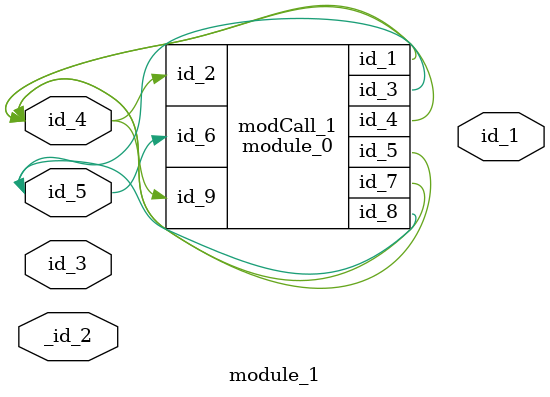
<source format=v>
module module_0 (
    id_1,
    id_2,
    id_3,
    id_4,
    id_5,
    id_6,
    id_7,
    id_8,
    id_9
);
  input wire id_9;
  output wire id_8;
  output wire id_7;
  input wire id_6;
  inout wire id_5;
  inout wire id_4;
  output wire id_3;
  input wire id_2;
  inout wire id_1;
  parameter id_10 = 1;
endmodule
module module_1 #(
    parameter id_2 = 32'd63
) (
    id_1,
    _id_2,
    id_3,
    id_4,
    id_5
);
  inout wire id_5;
  module_0 modCall_1 (
      id_4,
      id_4,
      id_5,
      id_4,
      id_4,
      id_5,
      id_4,
      id_5,
      id_4
  );
  inout wire id_4;
  input wire id_3;
  inout wire _id_2;
  output wire id_1;
  wire ["" : id_2] id_6;
endmodule

</source>
